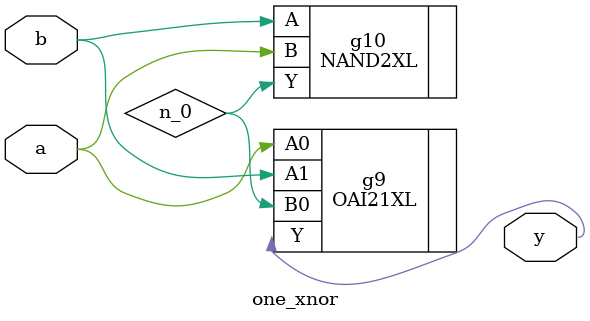
<source format=v>


// Verification Directory fv/one_xnor 

module one_xnor(a, b, y);
  input a, b;
  output y;
  wire a, b;
  wire y;
  wire n_0;
  OAI21XL g9(.A0 (a), .A1 (b), .B0 (n_0), .Y (y));
  NAND2XL g10(.A (b), .B (a), .Y (n_0));
endmodule


</source>
